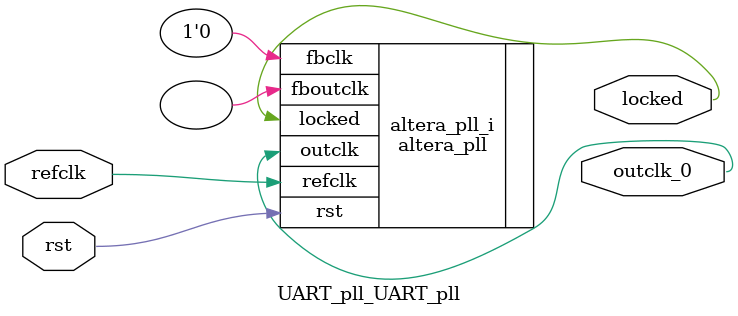
<source format=v>
`timescale 1ns/10ps
module  UART_pll_UART_pll(

	// interface 'refclk'
	input wire refclk,

	// interface 'reset'
	input wire rst,

	// interface 'outclk0'
	output wire outclk_0,

	// interface 'locked'
	output wire locked
);

	altera_pll #(
		.fractional_vco_multiplier("true"),
		.reference_clock_frequency("50.0 MHz"),
		.operation_mode("direct"),
		.number_of_clocks(1),
		.output_clock_frequency0("1.000000 MHz"),
		.phase_shift0("0 ps"),
		.duty_cycle0(50),
		.output_clock_frequency1("0 MHz"),
		.phase_shift1("0 ps"),
		.duty_cycle1(50),
		.output_clock_frequency2("0 MHz"),
		.phase_shift2("0 ps"),
		.duty_cycle2(50),
		.output_clock_frequency3("0 MHz"),
		.phase_shift3("0 ps"),
		.duty_cycle3(50),
		.output_clock_frequency4("0 MHz"),
		.phase_shift4("0 ps"),
		.duty_cycle4(50),
		.output_clock_frequency5("0 MHz"),
		.phase_shift5("0 ps"),
		.duty_cycle5(50),
		.output_clock_frequency6("0 MHz"),
		.phase_shift6("0 ps"),
		.duty_cycle6(50),
		.output_clock_frequency7("0 MHz"),
		.phase_shift7("0 ps"),
		.duty_cycle7(50),
		.output_clock_frequency8("0 MHz"),
		.phase_shift8("0 ps"),
		.duty_cycle8(50),
		.output_clock_frequency9("0 MHz"),
		.phase_shift9("0 ps"),
		.duty_cycle9(50),
		.output_clock_frequency10("0 MHz"),
		.phase_shift10("0 ps"),
		.duty_cycle10(50),
		.output_clock_frequency11("0 MHz"),
		.phase_shift11("0 ps"),
		.duty_cycle11(50),
		.output_clock_frequency12("0 MHz"),
		.phase_shift12("0 ps"),
		.duty_cycle12(50),
		.output_clock_frequency13("0 MHz"),
		.phase_shift13("0 ps"),
		.duty_cycle13(50),
		.output_clock_frequency14("0 MHz"),
		.phase_shift14("0 ps"),
		.duty_cycle14(50),
		.output_clock_frequency15("0 MHz"),
		.phase_shift15("0 ps"),
		.duty_cycle15(50),
		.output_clock_frequency16("0 MHz"),
		.phase_shift16("0 ps"),
		.duty_cycle16(50),
		.output_clock_frequency17("0 MHz"),
		.phase_shift17("0 ps"),
		.duty_cycle17(50),
		.pll_type("General"),
		.pll_subtype("General")
	) altera_pll_i (
		.rst	(rst),
		.outclk	({outclk_0}),
		.locked	(locked),
		.fboutclk	( ),
		.fbclk	(1'b0),
		.refclk	(refclk)
	);
endmodule


</source>
